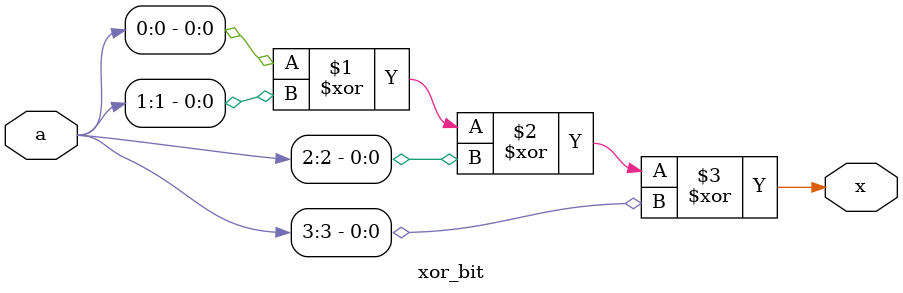
<source format=v>
`timescale 1ns/1ns

module xor_bit(a,x);

input [3:0] a;
output x;

assign x = ( a[0] ^ a[1] ^ a[2] ^ a[3]);
//assign x = ^ a;


endmodule

</source>
